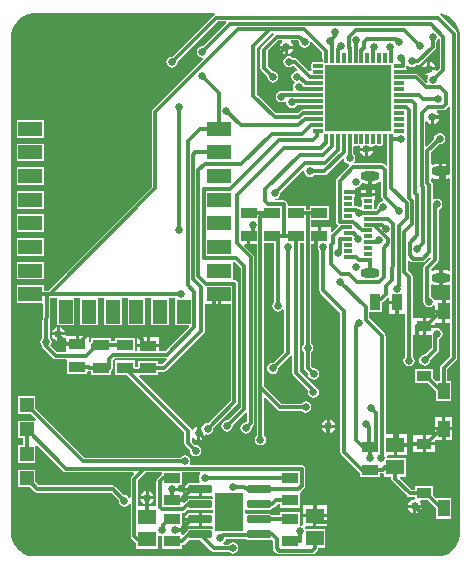
<source format=gtl>
G04*
G04 #@! TF.GenerationSoftware,Altium Limited,Altium Designer,20.0.2 (26)*
G04*
G04 Layer_Physical_Order=1*
G04 Layer_Color=255*
%FSLAX25Y25*%
%MOIN*%
G70*
G01*
G75*
%ADD13R,0.05433X0.03622*%
%ADD14R,0.03622X0.05433*%
G04:AMPARAMS|DCode=15|XSize=34.25mil|YSize=10.63mil|CornerRadius=1.33mil|HoleSize=0mil|Usage=FLASHONLY|Rotation=90.000|XOffset=0mil|YOffset=0mil|HoleType=Round|Shape=RoundedRectangle|*
%AMROUNDEDRECTD15*
21,1,0.03425,0.00797,0,0,90.0*
21,1,0.03160,0.01063,0,0,90.0*
1,1,0.00266,0.00399,0.01580*
1,1,0.00266,0.00399,-0.01580*
1,1,0.00266,-0.00399,-0.01580*
1,1,0.00266,-0.00399,0.01580*
%
%ADD15ROUNDEDRECTD15*%
G04:AMPARAMS|DCode=16|XSize=34.25mil|YSize=10.63mil|CornerRadius=1.33mil|HoleSize=0mil|Usage=FLASHONLY|Rotation=0.000|XOffset=0mil|YOffset=0mil|HoleType=Round|Shape=RoundedRectangle|*
%AMROUNDEDRECTD16*
21,1,0.03425,0.00797,0,0,0.0*
21,1,0.03160,0.01063,0,0,0.0*
1,1,0.00266,0.01580,-0.00399*
1,1,0.00266,-0.01580,-0.00399*
1,1,0.00266,-0.01580,0.00399*
1,1,0.00266,0.01580,0.00399*
%
%ADD16ROUNDEDRECTD16*%
%ADD17R,0.05906X0.05118*%
G04:AMPARAMS|DCode=18|XSize=77.56mil|YSize=23.62mil|CornerRadius=2.95mil|HoleSize=0mil|Usage=FLASHONLY|Rotation=0.000|XOffset=0mil|YOffset=0mil|HoleType=Round|Shape=RoundedRectangle|*
%AMROUNDEDRECTD18*
21,1,0.07756,0.01772,0,0,0.0*
21,1,0.07165,0.02362,0,0,0.0*
1,1,0.00591,0.03583,-0.00886*
1,1,0.00591,-0.03583,-0.00886*
1,1,0.00591,-0.03583,0.00886*
1,1,0.00591,0.03583,0.00886*
%
%ADD18ROUNDEDRECTD18*%
%ADD19R,0.04724X0.04724*%
%ADD20R,0.02756X0.01181*%
%ADD21R,0.03937X0.05709*%
%ADD22R,0.05118X0.03543*%
%ADD23R,0.04724X0.07874*%
%ADD24R,0.07874X0.04724*%
%ADD42R,0.22047X0.22047*%
%ADD43R,0.09500X0.13000*%
%ADD44C,0.01181*%
%ADD45C,0.02559*%
%ADD46O,0.06299X0.03150*%
%ADD47C,0.02657*%
G36*
X320036Y443982D02*
Y434450D01*
X319094Y433508D01*
X318712Y433713D01*
X314175D01*
X314253Y433323D01*
X314757Y432569D01*
X315511Y432065D01*
X315930Y431982D01*
X316160Y431426D01*
X316031Y431233D01*
X315885Y430500D01*
X315973Y430060D01*
X315666Y429535D01*
X315613Y429502D01*
X315485Y429483D01*
X312811Y432156D01*
X312418Y432419D01*
X311954Y432512D01*
X309446D01*
X309235Y432768D01*
X306417D01*
Y433768D01*
X309132D01*
X309064Y434108D01*
X308814Y434483D01*
X308689Y434567D01*
X308743Y434838D01*
Y434887D01*
X308791Y435128D01*
X309094Y435273D01*
X309312Y435302D01*
X309867Y434931D01*
X310600Y434785D01*
X311333Y434931D01*
X311954Y435346D01*
X312049Y435488D01*
X312789D01*
X313253Y435580D01*
X313646Y435843D01*
X318546Y440743D01*
X318809Y441136D01*
X318901Y441600D01*
Y443262D01*
X319043Y443357D01*
X319458Y443978D01*
X319975Y444017D01*
X320036Y443982D01*
D02*
G37*
G36*
X264739Y445588D02*
X260560Y441408D01*
X260297Y441015D01*
X260205Y440551D01*
Y434483D01*
X260297Y434019D01*
X260560Y433626D01*
X262519Y431667D01*
X262485Y431500D01*
X262631Y430767D01*
X263046Y430146D01*
X263667Y429731D01*
X264400Y429585D01*
X265133Y429731D01*
X265754Y430146D01*
X266169Y430767D01*
X266315Y431500D01*
X266169Y432233D01*
X265754Y432854D01*
X265133Y433269D01*
X264400Y433415D01*
X264233Y433382D01*
X262630Y434985D01*
Y440049D01*
X266250Y443670D01*
X267294D01*
X267445Y443170D01*
X267257Y443044D01*
X266753Y442289D01*
X266675Y441900D01*
X271125D01*
X271047Y442289D01*
X270543Y443044D01*
X270355Y443170D01*
X270506Y443670D01*
X272653D01*
X273046Y443276D01*
X273013Y443109D01*
X273159Y442377D01*
X273574Y441755D01*
X274195Y441340D01*
X274928Y441194D01*
X275661Y441340D01*
X276282Y441755D01*
X276697Y442377D01*
X276814Y442965D01*
X277298Y443187D01*
X280874Y439611D01*
Y437913D01*
X280942Y437571D01*
Y436380D01*
X277834D01*
X277548Y436324D01*
X277306Y436162D01*
X277145Y435920D01*
X277088Y435635D01*
Y434838D01*
X277145Y434552D01*
X277302Y434194D01*
X277141Y433952D01*
X277084Y433666D01*
Y433554D01*
X276584Y433347D01*
X272474Y437457D01*
X272081Y437720D01*
X271617Y437812D01*
X271149D01*
X271054Y437954D01*
X270433Y438369D01*
X269700Y438515D01*
X268967Y438369D01*
X268346Y437954D01*
X267931Y437333D01*
X267785Y436600D01*
X267931Y435867D01*
X268346Y435246D01*
X268967Y434831D01*
X269700Y434685D01*
X270433Y434831D01*
X271054Y435246D01*
X271238Y435264D01*
X272521Y433982D01*
X272317Y433478D01*
X271767Y433369D01*
X271146Y432954D01*
X270731Y432333D01*
X270585Y431600D01*
X270731Y430867D01*
X271146Y430246D01*
X271601Y429942D01*
X271655Y429435D01*
X271635Y429364D01*
X271576Y429324D01*
X271161Y428703D01*
X271015Y427970D01*
X271161Y427238D01*
X271238Y427122D01*
X271002Y426681D01*
X267873D01*
X267200Y426815D01*
X266467Y426669D01*
X265846Y426254D01*
X265431Y425633D01*
X265285Y424900D01*
X265431Y424167D01*
X265846Y423546D01*
X266467Y423131D01*
X267200Y422985D01*
X267933Y423131D01*
X268329Y423396D01*
X268779Y423095D01*
X268760Y423000D01*
X268906Y422267D01*
X269321Y421646D01*
X269942Y421231D01*
X270675Y421085D01*
X271408Y421231D01*
X272029Y421646D01*
X272408Y422213D01*
X276381D01*
X276591Y421957D01*
X279409D01*
Y420957D01*
X276591D01*
X276381Y420701D01*
X274488D01*
X274024Y420608D01*
X273631Y420345D01*
X272608Y419322D01*
X265463D01*
X259086Y425699D01*
Y441230D01*
X263944Y446088D01*
X264532D01*
X264739Y445588D01*
D02*
G37*
G36*
X302272Y408088D02*
X302528Y407877D01*
Y402140D01*
X302066Y401948D01*
X301657Y402357D01*
X301264Y402620D01*
X300800Y402712D01*
X291799D01*
X291532Y403212D01*
X291769Y403567D01*
X291915Y404300D01*
X291769Y405033D01*
X291354Y405654D01*
X291173Y405775D01*
Y408142D01*
X291531Y408580D01*
X292328D01*
X292613Y408637D01*
X292913Y408772D01*
X293116Y408681D01*
X293353Y408189D01*
X293275Y407800D01*
X297725D01*
X297669Y408080D01*
X297865Y408439D01*
X297988Y408580D01*
X298233D01*
X298519Y408637D01*
X298819Y408772D01*
X299119Y408637D01*
X299405Y408580D01*
X300202D01*
X300473Y408634D01*
X300556Y408509D01*
X300931Y408259D01*
X301272Y408191D01*
Y410906D01*
X302272D01*
Y408088D01*
D02*
G37*
G36*
X288115Y404153D02*
X288231Y403567D01*
X288646Y402946D01*
X289267Y402531D01*
X289720Y402441D01*
X289884Y401898D01*
X285743Y397757D01*
X285480Y397364D01*
X285388Y396900D01*
Y383268D01*
X285480Y382804D01*
X285743Y382411D01*
X285890Y382312D01*
X285991Y381706D01*
X284100Y379814D01*
X283638Y380005D01*
Y381335D01*
X280421D01*
Y378524D01*
X279421D01*
Y381335D01*
X277212D01*
Y383634D01*
X283236D01*
Y388453D01*
X276606D01*
Y387256D01*
X275362D01*
Y388453D01*
X269312D01*
Y389100D01*
X269220Y389564D01*
X268957Y389957D01*
X268564Y390220D01*
X268100Y390312D01*
X265185D01*
X265136Y390812D01*
X265733Y390931D01*
X266354Y391346D01*
X266769Y391967D01*
X266915Y392700D01*
X266881Y392867D01*
X274430Y400415D01*
X274890Y400169D01*
X274857Y400000D01*
X275003Y399267D01*
X275418Y398646D01*
X276039Y398231D01*
X276772Y398085D01*
X277504Y398231D01*
X278126Y398646D01*
X278220Y398788D01*
X281540D01*
X282004Y398880D01*
X282397Y399143D01*
X287629Y404374D01*
X288115Y404153D01*
D02*
G37*
G36*
X297390Y395946D02*
X298465D01*
X299137Y396035D01*
X299763Y396294D01*
X300088Y396543D01*
X300588Y396297D01*
Y391600D01*
X300680Y391136D01*
X300943Y390743D01*
X301225Y390461D01*
X300986Y389992D01*
X300367Y389869D01*
X299746Y389454D01*
X299331Y388833D01*
X299185Y388100D01*
X299219Y387933D01*
X298719Y387433D01*
X298039D01*
Y390535D01*
X298441D01*
Y391626D01*
X296063D01*
X293685D01*
Y390535D01*
X294087D01*
Y388355D01*
X293587Y388018D01*
X293100Y388115D01*
X293006Y388096D01*
X292664Y388325D01*
X292200Y388417D01*
X291346D01*
Y391520D01*
X291748D01*
Y392610D01*
X289370D01*
Y393610D01*
X291748D01*
Y394361D01*
X291969Y394542D01*
X292701Y394688D01*
X293322Y395103D01*
X293738Y395724D01*
X293770Y395887D01*
X294335Y396163D01*
X294643Y396035D01*
X295315Y395946D01*
X296390D01*
Y398543D01*
X297390D01*
Y395946D01*
D02*
G37*
G36*
X231685Y357764D02*
Y348693D01*
X236366D01*
X236573Y348193D01*
X228492Y340112D01*
X226551D01*
Y341449D01*
X222835D01*
X219118D01*
Y340112D01*
X218276D01*
Y344535D01*
X211646D01*
Y343338D01*
X210402D01*
Y344535D01*
X203772D01*
Y343279D01*
X203380Y342995D01*
X202929Y343160D01*
Y345154D01*
X199713D01*
Y342343D01*
X199213D01*
Y341843D01*
X195496D01*
Y339812D01*
X192502D01*
X190220Y342094D01*
X190469Y342467D01*
X190615Y343200D01*
X190469Y343933D01*
X190054Y344554D01*
X189937Y344632D01*
X190168Y357843D01*
X191848D01*
X192315Y357764D01*
X192315Y357343D01*
Y348693D01*
X198236D01*
Y357343D01*
X198236Y357764D01*
X198704Y357843D01*
X199722D01*
X200189Y357764D01*
X200189Y357343D01*
Y348693D01*
X206110D01*
Y357343D01*
X206110Y357764D01*
X206577Y357843D01*
X207596D01*
X208063Y357764D01*
X208063Y357343D01*
Y348693D01*
X213984D01*
Y357343D01*
X213984Y357764D01*
X214452Y357843D01*
X215470D01*
X215937Y357764D01*
X215937Y357343D01*
Y348693D01*
X221858D01*
Y357343D01*
X221858Y357764D01*
X222325Y357843D01*
X223344D01*
X223811Y357764D01*
X223811Y357343D01*
Y348693D01*
X229732D01*
Y357343D01*
X229732Y357764D01*
X230200Y357843D01*
X231218D01*
X231685Y357764D01*
D02*
G37*
G36*
X244942Y452527D02*
X244950Y452256D01*
X244624Y452038D01*
X230867Y438281D01*
X230700Y438315D01*
X229967Y438169D01*
X229346Y437754D01*
X228931Y437133D01*
X228785Y436400D01*
X228931Y435667D01*
X229346Y435046D01*
X229967Y434631D01*
X230700Y434485D01*
X231433Y434631D01*
X232054Y435046D01*
X232469Y435667D01*
X232615Y436400D01*
X232581Y436567D01*
X245983Y449969D01*
X248647D01*
X248854Y449469D01*
X241067Y441681D01*
X240900Y441715D01*
X240167Y441569D01*
X239546Y441154D01*
X239131Y440533D01*
X238985Y439800D01*
X239131Y439067D01*
X239546Y438446D01*
X240167Y438031D01*
X240870Y437891D01*
X240950Y437769D01*
X241101Y437415D01*
X224343Y420657D01*
X224080Y420264D01*
X223988Y419800D01*
Y394802D01*
X189453Y360267D01*
X188976Y360267D01*
X188000Y360267D01*
Y362016D01*
X178929D01*
Y356095D01*
X187356D01*
X187706Y355738D01*
X187513Y344666D01*
X187346Y344554D01*
X186931Y343933D01*
X186785Y343200D01*
X186931Y342467D01*
X187346Y341846D01*
X187522Y341729D01*
X187580Y341436D01*
X187843Y341043D01*
X191143Y337743D01*
X191536Y337480D01*
X192000Y337388D01*
X195462D01*
X195898Y337232D01*
Y332413D01*
X202528D01*
Y333060D01*
X202545Y333093D01*
X203028Y333432D01*
X203216Y333394D01*
X203772D01*
Y332197D01*
X210402D01*
Y333578D01*
X210657Y333749D01*
X210920Y334142D01*
X211012Y334606D01*
Y337098D01*
X211602Y337688D01*
X228920D01*
X229051Y337510D01*
X229148Y337208D01*
X227581Y335642D01*
X226150D01*
Y336839D01*
X219520D01*
Y334955D01*
X219377Y334812D01*
X218658D01*
X218276Y335194D01*
Y337016D01*
X211646D01*
Y332197D01*
X215695D01*
X234879Y313013D01*
Y309412D01*
X234971Y308948D01*
X235234Y308555D01*
X236722Y307067D01*
X236688Y306900D01*
X236834Y306167D01*
X237249Y305546D01*
X237871Y305131D01*
X238603Y304985D01*
X239336Y305131D01*
X239957Y305546D01*
X240372Y306167D01*
X240518Y306900D01*
X240372Y307633D01*
X239957Y308254D01*
X239336Y308669D01*
X238603Y308815D01*
X238436Y308782D01*
X237303Y309914D01*
Y311284D01*
X237803Y311436D01*
X238057Y311057D01*
X238811Y310553D01*
X239200Y310475D01*
Y312700D01*
Y314925D01*
X238811Y314847D01*
X238057Y314343D01*
X237742Y313873D01*
X237211Y313978D01*
X237211Y313979D01*
X236948Y314373D01*
X219801Y331520D01*
X220008Y332020D01*
X226150D01*
Y333217D01*
X228083D01*
X228547Y333309D01*
X228940Y333572D01*
X241424Y346056D01*
X241687Y346449D01*
X241779Y346913D01*
Y355693D01*
X245957D01*
Y359055D01*
X246957D01*
Y355693D01*
X250370D01*
Y323685D01*
X242767Y316082D01*
X242600Y316115D01*
X241867Y315969D01*
X241246Y315554D01*
X240831Y314933D01*
X240315Y314902D01*
X240200Y314925D01*
Y312700D01*
Y310475D01*
X240589Y310553D01*
X241343Y311057D01*
X241847Y311811D01*
X241967Y312411D01*
X242600Y312285D01*
X243333Y312431D01*
X243954Y312846D01*
X244369Y313467D01*
X244515Y314200D01*
X244481Y314367D01*
X252440Y322325D01*
X252703Y322719D01*
X252795Y323183D01*
Y362606D01*
X252703Y363070D01*
X252440Y363464D01*
X252046Y363726D01*
X251583Y363819D01*
X251430D01*
X250992Y363969D01*
Y369890D01*
X251430Y370040D01*
X251446D01*
X253654Y367832D01*
Y321368D01*
X249312Y317027D01*
X249145Y317060D01*
X248412Y316914D01*
X247791Y316499D01*
X247376Y315878D01*
X247231Y315145D01*
X247376Y314412D01*
X247791Y313791D01*
X248412Y313376D01*
X249145Y313230D01*
X249878Y313376D01*
X250499Y313791D01*
X250914Y314412D01*
X251060Y315145D01*
X251027Y315312D01*
X255288Y319573D01*
X255788Y319366D01*
Y316790D01*
X255400Y316415D01*
X254667Y316269D01*
X254046Y315854D01*
X253631Y315233D01*
X253485Y314500D01*
X253631Y313767D01*
X254046Y313146D01*
X254667Y312731D01*
X255400Y312585D01*
X256133Y312731D01*
X256754Y313146D01*
X257169Y313767D01*
X257315Y314500D01*
X257281Y314667D01*
X257857Y315243D01*
X258120Y315636D01*
X258212Y316100D01*
Y371300D01*
X258120Y371764D01*
X257857Y372157D01*
X254764Y375251D01*
X254955Y375713D01*
X255799D01*
Y378524D01*
X256799D01*
Y375713D01*
X258993D01*
Y327995D01*
Y312045D01*
X258851Y311950D01*
X258436Y311329D01*
X258290Y310597D01*
X258436Y309864D01*
X258851Y309243D01*
X259472Y308828D01*
X260205Y308682D01*
X260938Y308828D01*
X261559Y309243D01*
X261974Y309864D01*
X262120Y310597D01*
X261974Y311329D01*
X261559Y311950D01*
X261417Y312045D01*
Y324415D01*
X261879Y324606D01*
X265943Y320543D01*
X266336Y320280D01*
X266800Y320188D01*
X273851D01*
X273946Y320046D01*
X274567Y319631D01*
X275300Y319485D01*
X276033Y319631D01*
X276654Y320046D01*
X277069Y320667D01*
X277215Y321400D01*
X277069Y322133D01*
X276654Y322754D01*
X276033Y323169D01*
X275300Y323315D01*
X274567Y323169D01*
X273946Y322754D01*
X273851Y322612D01*
X267302D01*
X261417Y328497D01*
Y376114D01*
X264888D01*
Y356649D01*
X264746Y356554D01*
X264331Y355933D01*
X264185Y355200D01*
X264331Y354467D01*
X264746Y353846D01*
X265367Y353431D01*
X266100Y353285D01*
X266833Y353431D01*
X267454Y353846D01*
X267588Y354046D01*
X268088Y353895D01*
Y339902D01*
X264458Y336273D01*
X264291Y336306D01*
X263559Y336160D01*
X262937Y335745D01*
X262522Y335124D01*
X262377Y334391D01*
X262522Y333659D01*
X262937Y333037D01*
X263559Y332622D01*
X264291Y332477D01*
X265024Y332622D01*
X265645Y333037D01*
X266060Y333659D01*
X266206Y334391D01*
X266173Y334559D01*
X270157Y338543D01*
X270803Y338610D01*
X270888Y338548D01*
Y332800D01*
X270980Y332336D01*
X271243Y331943D01*
X276101Y327084D01*
X275985Y326500D01*
X276131Y325767D01*
X276546Y325146D01*
X277167Y324731D01*
X277900Y324585D01*
X278633Y324731D01*
X279254Y325146D01*
X279669Y325767D01*
X279815Y326500D01*
X279669Y327233D01*
X279254Y327854D01*
X278633Y328269D01*
X278274Y328340D01*
X273312Y333302D01*
Y376114D01*
X274788D01*
Y342649D01*
X274646Y342554D01*
X274231Y341933D01*
X274085Y341200D01*
X274231Y340467D01*
X274646Y339846D01*
X274788Y339751D01*
Y334500D01*
X274880Y334036D01*
X275143Y333643D01*
X276118Y332667D01*
X276085Y332500D01*
X276231Y331767D01*
X276646Y331146D01*
X277267Y330731D01*
X278000Y330585D01*
X278733Y330731D01*
X279354Y331146D01*
X279769Y331767D01*
X279915Y332500D01*
X279769Y333233D01*
X279354Y333854D01*
X278733Y334269D01*
X278000Y334415D01*
X277833Y334382D01*
X277212Y335002D01*
Y339751D01*
X277354Y339846D01*
X277769Y340467D01*
X277915Y341200D01*
X277769Y341933D01*
X277354Y342554D01*
X277212Y342649D01*
Y375713D01*
X278896D01*
X279267Y375213D01*
X279185Y374800D01*
X279331Y374067D01*
X279746Y373446D01*
X279888Y373351D01*
Y360300D01*
X279980Y359836D01*
X280243Y359443D01*
X286878Y352807D01*
Y306410D01*
X286971Y305945D01*
X287233Y305552D01*
X293072Y299714D01*
X293465Y299451D01*
X293535Y299437D01*
Y298161D01*
X300165D01*
Y299359D01*
X301115D01*
X301181Y299372D01*
X301567Y299054D01*
Y298220D01*
X303906D01*
Y297600D01*
X303998Y297136D01*
X304261Y296743D01*
X309144Y291859D01*
X309538Y291597D01*
X310002Y291504D01*
X311606D01*
Y290691D01*
X310811Y290533D01*
X310057Y290029D01*
X309553Y289275D01*
X309475Y288886D01*
X313925D01*
X313847Y289275D01*
X313465Y289846D01*
X313700Y290347D01*
X316056D01*
X318693Y287709D01*
Y284224D01*
X323827D01*
Y291130D01*
X318701D01*
X317921Y291910D01*
Y295087D01*
X311606D01*
Y293929D01*
X310504D01*
X306712Y297721D01*
X306919Y298220D01*
X308669D01*
Y304536D01*
X302551D01*
X302398Y304842D01*
X302703Y305299D01*
X304618D01*
Y308858D01*
Y312417D01*
X301968D01*
Y345135D01*
X301876Y345599D01*
X301613Y345992D01*
X296512Y351093D01*
Y352984D01*
X300795D01*
Y356301D01*
X301157Y356543D01*
X302595Y357980D01*
X303095Y357773D01*
Y356799D01*
X305906D01*
Y356299D01*
X306406D01*
Y352583D01*
X308540D01*
Y338349D01*
X308398Y338254D01*
X307983Y337633D01*
X307837Y336900D01*
X307983Y336167D01*
X308398Y335546D01*
X309019Y335131D01*
X309752Y334985D01*
X310485Y335131D01*
X311106Y335546D01*
X311521Y336167D01*
X311667Y336900D01*
X311521Y337633D01*
X311106Y338254D01*
X310964Y338349D01*
Y345174D01*
X311205Y345575D01*
X314264D01*
Y348346D01*
Y351118D01*
X311205D01*
X310964Y351518D01*
Y364852D01*
X310872Y365316D01*
X310609Y365709D01*
X309364Y366954D01*
Y370186D01*
X309826Y370378D01*
X310195Y370009D01*
X310588Y369746D01*
X311052Y369654D01*
X314370D01*
X314834Y369746D01*
X315227Y370009D01*
X316465Y371246D01*
X316995Y371069D01*
X317025Y370854D01*
X314918Y368747D01*
X314655Y368354D01*
X314563Y367890D01*
Y357197D01*
X314444Y356600D01*
X314590Y355867D01*
X315005Y355246D01*
X315626Y354831D01*
X316359Y354685D01*
X317091Y354831D01*
X317713Y355246D01*
X317791Y355364D01*
X318291Y355212D01*
Y353846D01*
X320760D01*
Y357201D01*
X318291D01*
X317971Y357568D01*
X317713Y357954D01*
X317091Y358369D01*
X316987Y358390D01*
Y362141D01*
X317120Y362206D01*
X317487Y362338D01*
X318068Y362098D01*
X318740Y362009D01*
X319815D01*
Y364606D01*
Y367203D01*
X318740D01*
X318068Y367115D01*
X317665Y366948D01*
X317145Y367185D01*
X317123Y367264D01*
X317126Y367526D01*
X319257Y369657D01*
X319520Y370051D01*
X319612Y370515D01*
Y387207D01*
X319733Y387231D01*
X320354Y387646D01*
X320769Y388267D01*
X320915Y389000D01*
X320769Y389733D01*
X320354Y390354D01*
X319733Y390769D01*
X319000Y390915D01*
X318267Y390769D01*
X318153Y390693D01*
X317712Y390929D01*
Y395500D01*
X317620Y395964D01*
X317357Y396357D01*
X317112Y396602D01*
Y397388D01*
X317612Y397641D01*
X318068Y397452D01*
X318740Y397364D01*
X319815D01*
Y399961D01*
Y402558D01*
X318740D01*
X318068Y402469D01*
X317612Y402281D01*
X317112Y402534D01*
Y406298D01*
X319833Y409019D01*
X320000Y408985D01*
X320733Y409131D01*
X321354Y409546D01*
X321769Y410167D01*
X321915Y410900D01*
X321769Y411633D01*
X321354Y412254D01*
X320733Y412669D01*
X320000Y412815D01*
X319267Y412669D01*
X318646Y412254D01*
X318231Y411633D01*
X318085Y410900D01*
X318119Y410733D01*
X315674Y408289D01*
X315212Y408480D01*
Y416521D01*
X315712Y416673D01*
X315857Y416457D01*
X316611Y415953D01*
X317000Y415875D01*
Y418100D01*
X317500D01*
Y418600D01*
X319725D01*
X319647Y418989D01*
X319143Y419743D01*
X318928Y419888D01*
X319079Y420388D01*
X321200D01*
X321664Y420480D01*
X322057Y420743D01*
X322857Y421543D01*
X322988Y421738D01*
X323488Y421587D01*
Y402564D01*
X322988Y402293D01*
X322562Y402469D01*
X321890Y402558D01*
X320815D01*
Y399961D01*
Y397364D01*
X321890D01*
X322562Y397452D01*
X322988Y397629D01*
X323488Y397358D01*
Y367209D01*
X322988Y366939D01*
X322562Y367115D01*
X321890Y367203D01*
X320815D01*
Y364606D01*
Y362009D01*
X321890D01*
X322562Y362098D01*
X322988Y362274D01*
X323488Y362003D01*
Y357201D01*
X321760D01*
Y353346D01*
Y349492D01*
X323488D01*
Y338402D01*
X320403Y335317D01*
X320140Y334924D01*
X320047Y334460D01*
Y330224D01*
X318701D01*
X317921Y331004D01*
Y334181D01*
X311606D01*
Y329441D01*
X316056D01*
X318693Y326804D01*
Y323319D01*
X323827D01*
Y330224D01*
X322472D01*
Y333958D01*
X325557Y337043D01*
X325820Y337436D01*
X325912Y337900D01*
Y445900D01*
X325820Y446364D01*
X325557Y446757D01*
X320276Y452038D01*
X320089Y452163D01*
X320284Y452634D01*
X321194Y452453D01*
X322627Y451860D01*
X323917Y450998D01*
X325014Y449901D01*
X325875Y448612D01*
X326469Y447179D01*
X326772Y445657D01*
Y444882D01*
X326772Y279528D01*
Y278752D01*
X326469Y277231D01*
X325875Y275798D01*
X325014Y274508D01*
X323917Y273411D01*
X322627Y272550D01*
X321194Y271956D01*
X319673Y271654D01*
X318898D01*
Y271654D01*
X184264D01*
X182743Y271956D01*
X181310Y272550D01*
X180020Y273411D01*
X178923Y274508D01*
X178061Y275798D01*
X177468Y277231D01*
X177165Y278752D01*
Y279528D01*
Y444882D01*
Y445657D01*
X177468Y447179D01*
X178061Y448612D01*
X178923Y449901D01*
X180020Y450998D01*
X181310Y451860D01*
X182743Y452453D01*
X184264Y452756D01*
X244866D01*
X244942Y452527D01*
D02*
G37*
%LPC*%
G36*
X316900Y436437D02*
Y434713D01*
X318625D01*
X318547Y435102D01*
X318043Y435856D01*
X317289Y436360D01*
X316900Y436437D01*
D02*
G37*
G36*
X315900D02*
X315511Y436360D01*
X314757Y435856D01*
X314253Y435102D01*
X314175Y434713D01*
X315900D01*
Y436437D01*
D02*
G37*
G36*
X271125Y440900D02*
X269400D01*
Y439175D01*
X269789Y439253D01*
X270543Y439756D01*
X271047Y440511D01*
X271125Y440900D01*
D02*
G37*
G36*
X268400D02*
X266675D01*
X266753Y440511D01*
X267257Y439756D01*
X268011Y439253D01*
X268400Y439175D01*
Y440900D01*
D02*
G37*
G36*
X297725Y406800D02*
X296000D01*
Y405075D01*
X296389Y405153D01*
X297143Y405657D01*
X297647Y406411D01*
X297725Y406800D01*
D02*
G37*
G36*
X295000D02*
X293275D01*
X293353Y406411D01*
X293857Y405657D01*
X294611Y405153D01*
X295000Y405075D01*
Y406800D01*
D02*
G37*
G36*
X298441Y393717D02*
X296563D01*
Y392626D01*
X298441D01*
Y393717D01*
D02*
G37*
G36*
X295563D02*
X293685D01*
Y392626D01*
X295563D01*
Y393717D01*
D02*
G37*
G36*
X193413Y348068D02*
Y346343D01*
X195138D01*
X195061Y346732D01*
X194557Y347486D01*
X193803Y347990D01*
X193413Y348068D01*
D02*
G37*
G36*
X192413D02*
X192024Y347990D01*
X191270Y347486D01*
X190766Y346732D01*
X190689Y346343D01*
X192413D01*
Y348068D01*
D02*
G37*
G36*
Y345343D02*
X190689D01*
X190766Y344953D01*
X191270Y344199D01*
X192024Y343696D01*
X192413Y343618D01*
Y345343D01*
D02*
G37*
G36*
X195417D02*
X193413D01*
Y343618D01*
X193803Y343696D01*
X194557Y344199D01*
X194816Y344587D01*
X195232Y344818D01*
X195496Y344774D01*
X195496Y344705D01*
X195496Y344705D01*
X195496Y344701D01*
Y342843D01*
X198713D01*
Y345154D01*
X195786D01*
X195610Y345154D01*
X195449Y345289D01*
X195449Y345289D01*
X195449Y345289D01*
D01*
X195417Y345343D01*
D02*
G37*
G36*
X226551Y344760D02*
X223335D01*
Y342449D01*
X226551D01*
Y344760D01*
D02*
G37*
G36*
X222335D02*
X219118D01*
Y342449D01*
X222335D01*
Y344760D01*
D02*
G37*
G36*
X319725Y417600D02*
X318000D01*
Y415875D01*
X318389Y415953D01*
X319143Y416457D01*
X319647Y417211D01*
X319725Y417600D01*
D02*
G37*
G36*
X188000Y417134D02*
X178929D01*
Y411213D01*
X188000D01*
Y417134D01*
D02*
G37*
G36*
Y409260D02*
X178929D01*
Y403339D01*
X188000D01*
Y409260D01*
D02*
G37*
G36*
Y401386D02*
X178929D01*
Y395465D01*
X188000D01*
Y401386D01*
D02*
G37*
G36*
Y393512D02*
X178929D01*
Y387591D01*
X188000D01*
Y393512D01*
D02*
G37*
G36*
Y385638D02*
X178929D01*
Y379717D01*
X188000D01*
Y385638D01*
D02*
G37*
G36*
Y377764D02*
X178929D01*
Y371843D01*
X188000D01*
Y377764D01*
D02*
G37*
G36*
Y369890D02*
X178929D01*
Y363969D01*
X188000D01*
Y369890D01*
D02*
G37*
G36*
X305406Y355799D02*
X303095D01*
Y352583D01*
X305406D01*
Y355799D01*
D02*
G37*
G36*
X320760Y352846D02*
X318291D01*
Y351118D01*
X315264D01*
Y348846D01*
X318323D01*
Y349492D01*
X320760D01*
Y352846D01*
D02*
G37*
G36*
X318717Y347846D02*
X315264D01*
Y345575D01*
X317250D01*
X317288Y345385D01*
Y341102D01*
X315167Y338982D01*
X315000Y339015D01*
X314267Y338869D01*
X313646Y338454D01*
X313231Y337833D01*
X313085Y337100D01*
X313231Y336367D01*
X313646Y335746D01*
X314267Y335331D01*
X315000Y335185D01*
X315733Y335331D01*
X316354Y335746D01*
X316769Y336367D01*
X316915Y337100D01*
X316881Y337267D01*
X319357Y339743D01*
X319620Y340136D01*
X319712Y340600D01*
Y344107D01*
X319833Y344131D01*
X320454Y344546D01*
X320869Y345167D01*
X321015Y345900D01*
X320869Y346633D01*
X320454Y347254D01*
X319833Y347669D01*
X319100Y347815D01*
X318823Y347760D01*
X318717Y347846D01*
D02*
G37*
G36*
X283400Y317325D02*
Y315600D01*
X285125D01*
X285047Y315989D01*
X284543Y316743D01*
X283789Y317247D01*
X283400Y317325D01*
D02*
G37*
G36*
X282400D02*
X282011Y317247D01*
X281257Y316743D01*
X280753Y315989D01*
X280675Y315600D01*
X282400D01*
Y317325D01*
D02*
G37*
G36*
X324228Y318106D02*
X321760D01*
Y314752D01*
X324228D01*
Y318106D01*
D02*
G37*
G36*
X320760D02*
X318291D01*
Y314752D01*
X320760D01*
Y318106D01*
D02*
G37*
G36*
X285125Y314600D02*
X283400D01*
Y312875D01*
X283789Y312953D01*
X284543Y313457D01*
X285047Y314211D01*
X285125Y314600D01*
D02*
G37*
G36*
X282400D02*
X280675D01*
X280753Y314211D01*
X281257Y313457D01*
X282011Y312953D01*
X282400Y312875D01*
Y314600D01*
D02*
G37*
G36*
X324228Y313752D02*
X321760D01*
Y310398D01*
X324228D01*
Y313752D01*
D02*
G37*
G36*
X320760D02*
X318291D01*
Y312024D01*
X315264D01*
Y309752D01*
X318323D01*
Y310398D01*
X320760D01*
Y313752D01*
D02*
G37*
G36*
X314264Y312024D02*
X311205D01*
Y309752D01*
X314264D01*
Y312024D01*
D02*
G37*
G36*
X309071Y312417D02*
X305618D01*
Y309358D01*
X309071D01*
Y312417D01*
D02*
G37*
G36*
X318323Y308752D02*
X315264D01*
Y306480D01*
X318323D01*
Y308752D01*
D02*
G37*
G36*
X314264D02*
X311205D01*
Y306480D01*
X314264D01*
Y308752D01*
D02*
G37*
G36*
X309071Y308358D02*
X305618D01*
Y305299D01*
X309071D01*
Y308358D01*
D02*
G37*
G36*
X185244Y325205D02*
X179323D01*
Y319284D01*
X183530D01*
X185293Y317520D01*
X185297Y317384D01*
X184879Y316937D01*
X184775Y316937D01*
X179323D01*
Y311016D01*
X181071D01*
Y308866D01*
X179323D01*
Y302945D01*
X185244D01*
X185244Y308479D01*
Y308485D01*
Y308485D01*
X185244Y308594D01*
X185431Y308672D01*
X185744Y308801D01*
X194503Y300043D01*
X194896Y299780D01*
X195360Y299688D01*
X217920D01*
X218111Y299226D01*
X217343Y298457D01*
X217080Y298064D01*
X216988Y297600D01*
Y291356D01*
X216488Y291204D01*
X216254Y291554D01*
X215633Y291969D01*
X214900Y292115D01*
X214733Y292081D01*
X211857Y294957D01*
X211464Y295220D01*
X211000Y295312D01*
X186323D01*
X185244Y296392D01*
Y300598D01*
X179323D01*
Y294677D01*
X183530D01*
X184964Y293243D01*
X185357Y292980D01*
X185821Y292888D01*
X210498D01*
X213018Y290367D01*
X212985Y290200D01*
X213131Y289467D01*
X213546Y288846D01*
X214167Y288431D01*
X214900Y288285D01*
X215633Y288431D01*
X216254Y288846D01*
X216488Y289196D01*
X216988Y289044D01*
Y278362D01*
X217080Y277898D01*
X217343Y277505D01*
X218343Y276505D01*
X218736Y276242D01*
X218890Y276212D01*
Y274205D01*
X225992D01*
Y278448D01*
X226492Y278715D01*
X226767Y278531D01*
X227394Y278406D01*
Y274224D01*
X234024D01*
Y275422D01*
X234200D01*
X234664Y275514D01*
X235057Y275777D01*
X236479Y277198D01*
X236575Y277179D01*
X240240D01*
X243877Y273543D01*
X244270Y273280D01*
X244734Y273188D01*
X249551D01*
X249646Y273046D01*
X250267Y272631D01*
X251000Y272485D01*
X251733Y272631D01*
X252354Y273046D01*
X252769Y273667D01*
X252915Y274400D01*
X252769Y275133D01*
X252354Y275754D01*
X251733Y276169D01*
X251000Y276315D01*
X250267Y276169D01*
X249646Y275754D01*
X249551Y275612D01*
X248056D01*
X247904Y276112D01*
X248254Y276346D01*
X248669Y276967D01*
X248773Y277488D01*
X255391D01*
X255419Y277446D01*
X255714Y277249D01*
X256063Y277179D01*
X263228D01*
X263577Y277249D01*
X263839Y277424D01*
X264388Y276874D01*
Y274400D01*
X264480Y273936D01*
X264743Y273543D01*
X265543Y272743D01*
X265936Y272480D01*
X266400Y272388D01*
X277546D01*
X278010Y272480D01*
X278404Y272743D01*
X279204Y273543D01*
X279466Y273936D01*
X279559Y274400D01*
Y274599D01*
X281898D01*
Y280913D01*
X275367D01*
X275194Y281181D01*
X275446Y281677D01*
X277846D01*
Y284736D01*
X274394D01*
Y282217D01*
X273894Y281837D01*
X273500Y281915D01*
X273394Y282002D01*
Y286563D01*
X266764D01*
Y285366D01*
X264877D01*
X264562Y285303D01*
X264410Y285275D01*
X263908Y285454D01*
X263873Y285507D01*
X263577Y285704D01*
X263228Y285773D01*
X256063D01*
X255750Y285711D01*
X255698Y285714D01*
X255250Y285995D01*
Y286958D01*
X255698Y287239D01*
X255750Y287242D01*
X256063Y287179D01*
X263228D01*
X263577Y287249D01*
X263873Y287446D01*
X264070Y287742D01*
X264075Y287764D01*
X264100D01*
X264564Y287856D01*
X264957Y288119D01*
X265960Y289122D01*
X266764D01*
Y287925D01*
X273394D01*
Y292744D01*
X273668Y293130D01*
X274857Y294319D01*
X275120Y294712D01*
X275212Y295176D01*
Y300900D01*
X275120Y301364D01*
X274857Y301757D01*
X274464Y302020D01*
X274000Y302112D01*
X236929D01*
X236693Y302553D01*
X236769Y302667D01*
X236915Y303400D01*
X236769Y304133D01*
X236354Y304754D01*
X235733Y305169D01*
X235000Y305315D01*
X234267Y305169D01*
X233646Y304754D01*
X233551Y304612D01*
X201630D01*
X185244Y320998D01*
Y325205D01*
D02*
G37*
G36*
X313925Y287886D02*
X312200D01*
Y286161D01*
X312589Y286239D01*
X313343Y286742D01*
X313847Y287496D01*
X313925Y287886D01*
D02*
G37*
G36*
X311200D02*
X309475D01*
X309553Y287496D01*
X310057Y286742D01*
X310811Y286239D01*
X311200Y286161D01*
Y287886D01*
D02*
G37*
G36*
X282299Y288795D02*
X278846D01*
Y285736D01*
X282299D01*
Y288795D01*
D02*
G37*
G36*
X277846D02*
X274394D01*
Y285736D01*
X277846D01*
Y288795D01*
D02*
G37*
G36*
X282299Y284736D02*
X278846D01*
Y281677D01*
X282299D01*
Y284736D01*
D02*
G37*
%LPD*%
G36*
X240208Y299308D02*
X240232Y299188D01*
X239831Y298587D01*
X239685Y297854D01*
X239831Y297122D01*
X240124Y296683D01*
X239890Y296183D01*
X236575D01*
X236069Y296082D01*
X235641Y295796D01*
X235355Y295368D01*
X235254Y294862D01*
Y294476D01*
X240157D01*
Y293976D01*
X240657D01*
Y291770D01*
X243740D01*
X244053Y291832D01*
X244553Y291521D01*
Y290995D01*
X244104Y290714D01*
X244053Y290711D01*
X243740Y290773D01*
X236575D01*
X236226Y290704D01*
X235930Y290507D01*
X235733Y290211D01*
X235714Y290117D01*
X235613Y290096D01*
X235219Y289834D01*
X234887Y289502D01*
X234425Y289693D01*
Y289835D01*
X230709D01*
Y290835D01*
X234425D01*
Y293146D01*
X233344D01*
X232971Y293600D01*
X230700D01*
Y294600D01*
X232925D01*
X232856Y294945D01*
X232874Y295071D01*
X233073Y295445D01*
X234024D01*
Y299688D01*
X240064D01*
X240208Y299308D01*
D02*
G37*
G36*
X227394Y298975D02*
X227391Y298974D01*
X226997Y298712D01*
X225943Y297657D01*
X225680Y297264D01*
X225588Y296800D01*
Y288402D01*
X222826D01*
X222777Y288902D01*
X223330Y289012D01*
X224084Y289515D01*
X224588Y290270D01*
X224666Y290659D01*
X220216D01*
X220294Y290270D01*
X220798Y289515D01*
X221552Y289012D01*
X222105Y288902D01*
X222056Y288402D01*
X219412D01*
Y297098D01*
X222002Y299688D01*
X227394D01*
Y298975D01*
D02*
G37*
G36*
X236226Y287249D02*
X236575Y287179D01*
X243740D01*
X244053Y287242D01*
X244104Y287239D01*
X244553Y286958D01*
Y286432D01*
X244053Y286121D01*
X243740Y286183D01*
X240657D01*
Y283976D01*
Y281770D01*
X243740D01*
X244053Y281832D01*
X244553Y281521D01*
Y280995D01*
X244104Y280714D01*
X244053Y280711D01*
X243740Y280773D01*
X236575D01*
X236226Y280704D01*
X235930Y280507D01*
X235733Y280211D01*
X235664Y279862D01*
Y279812D01*
X234486Y278634D01*
X234024Y278825D01*
Y279043D01*
X233965D01*
X233756Y279434D01*
X233754Y279543D01*
X233825Y279900D01*
X231600D01*
Y280900D01*
X233825D01*
X233756Y281244D01*
X233775Y281372D01*
X233974Y281744D01*
X234024D01*
Y286088D01*
X234400D01*
X234864Y286180D01*
X235257Y286443D01*
X236128Y287314D01*
X236226Y287249D01*
D02*
G37*
%LPC*%
G36*
X239657Y293476D02*
X235254D01*
Y293091D01*
X235355Y292585D01*
X235641Y292157D01*
X236069Y291870D01*
X236575Y291770D01*
X239657D01*
Y293476D01*
D02*
G37*
G36*
X222941Y293384D02*
Y291659D01*
X224666D01*
X224588Y292048D01*
X224084Y292802D01*
X223330Y293306D01*
X222941Y293384D01*
D02*
G37*
G36*
X221941D02*
X221552Y293306D01*
X220798Y292802D01*
X220294Y292048D01*
X220216Y291659D01*
X221941D01*
Y293384D01*
D02*
G37*
G36*
X239657Y286183D02*
X236575D01*
X236069Y286082D01*
X235641Y285796D01*
X235355Y285368D01*
X235254Y284862D01*
Y284476D01*
X239657D01*
Y286183D01*
D02*
G37*
G36*
Y283476D02*
X235254D01*
Y283091D01*
X235355Y282585D01*
X235641Y282157D01*
X236069Y281870D01*
X236575Y281770D01*
X239657D01*
Y283476D01*
D02*
G37*
%LPD*%
D13*
X199213Y342343D02*
D03*
Y334823D02*
D03*
X207087Y334606D02*
D03*
Y342126D02*
D03*
X222835Y341949D02*
D03*
Y334429D02*
D03*
X214961Y334606D02*
D03*
Y342126D02*
D03*
X272047Y386043D02*
D03*
Y378524D02*
D03*
X279921D02*
D03*
Y386043D02*
D03*
X264173D02*
D03*
Y378524D02*
D03*
X256299D02*
D03*
Y386043D02*
D03*
X270079Y284154D02*
D03*
Y276634D02*
D03*
Y290335D02*
D03*
Y297854D02*
D03*
X230709Y290335D02*
D03*
Y297854D02*
D03*
Y276634D02*
D03*
Y284154D02*
D03*
X296850Y308091D02*
D03*
Y300571D02*
D03*
D14*
X298386Y356299D02*
D03*
X305906D02*
D03*
D15*
X282087Y410906D02*
D03*
X284055D02*
D03*
X286024D02*
D03*
X287992D02*
D03*
X289961D02*
D03*
X291929D02*
D03*
X293898D02*
D03*
X295866D02*
D03*
X297835D02*
D03*
X299803D02*
D03*
X301772D02*
D03*
X303740D02*
D03*
Y437913D02*
D03*
X301772D02*
D03*
X299803D02*
D03*
X297835D02*
D03*
X295866D02*
D03*
X293898D02*
D03*
X291929D02*
D03*
X289961D02*
D03*
X287992D02*
D03*
X286024D02*
D03*
X284055D02*
D03*
X282087D02*
D03*
D16*
X279413Y435236D02*
D03*
X279409Y433268D02*
D03*
Y431299D02*
D03*
Y429331D02*
D03*
Y427362D02*
D03*
Y425394D02*
D03*
Y423425D02*
D03*
Y421457D02*
D03*
Y419488D02*
D03*
Y417520D02*
D03*
Y415551D02*
D03*
Y413583D02*
D03*
X306417D02*
D03*
Y415551D02*
D03*
Y417520D02*
D03*
Y419488D02*
D03*
Y421457D02*
D03*
Y423425D02*
D03*
Y425394D02*
D03*
Y427362D02*
D03*
Y429331D02*
D03*
Y431299D02*
D03*
Y433268D02*
D03*
Y435236D02*
D03*
D17*
X278346Y277756D02*
D03*
Y285236D02*
D03*
X222441Y277362D02*
D03*
Y284843D02*
D03*
X305118Y301378D02*
D03*
Y308858D02*
D03*
D18*
X240157Y293976D02*
D03*
Y288976D02*
D03*
Y283976D02*
D03*
Y278976D02*
D03*
X259646D02*
D03*
Y283976D02*
D03*
Y288976D02*
D03*
Y293976D02*
D03*
D19*
X182283Y305906D02*
D03*
Y297638D02*
D03*
Y313976D02*
D03*
Y322244D02*
D03*
D20*
X289370Y393110D02*
D03*
Y391142D02*
D03*
Y389173D02*
D03*
Y387205D02*
D03*
Y385236D02*
D03*
Y383268D02*
D03*
Y381299D02*
D03*
Y379331D02*
D03*
Y377362D02*
D03*
Y375394D02*
D03*
Y373425D02*
D03*
X296063Y370473D02*
D03*
Y372441D02*
D03*
Y374410D02*
D03*
Y376378D02*
D03*
Y378347D02*
D03*
Y380315D02*
D03*
Y382284D02*
D03*
Y384252D02*
D03*
Y386221D02*
D03*
Y388189D02*
D03*
Y390158D02*
D03*
Y392126D02*
D03*
X289370Y371457D02*
D03*
D21*
X321260Y314252D02*
D03*
Y287677D02*
D03*
Y353346D02*
D03*
Y326772D02*
D03*
D22*
X314764Y292717D02*
D03*
Y309252D02*
D03*
Y331811D02*
D03*
Y348346D02*
D03*
D23*
X195276Y353228D02*
D03*
X203150D02*
D03*
X211024D02*
D03*
X218898D02*
D03*
X226772D02*
D03*
X234646D02*
D03*
D24*
X183465Y359055D02*
D03*
Y366929D02*
D03*
Y374803D02*
D03*
Y382677D02*
D03*
Y390551D02*
D03*
Y406299D02*
D03*
Y398425D02*
D03*
Y414173D02*
D03*
X246457D02*
D03*
Y406299D02*
D03*
Y398425D02*
D03*
Y390551D02*
D03*
Y382677D02*
D03*
Y374803D02*
D03*
Y366929D02*
D03*
Y359055D02*
D03*
D42*
X292913Y424409D02*
D03*
D43*
X249902Y286476D02*
D03*
D44*
X295300Y350591D02*
X300756Y345135D01*
Y304870D02*
Y345135D01*
X300288Y304402D02*
X300756Y304870D01*
X295300Y350591D02*
Y354700D01*
X296800Y304400D02*
X296900Y304300D01*
X296800Y304400D02*
Y308091D01*
X307600Y435236D02*
Y437500D01*
X303740Y410900D02*
X307200D01*
X298721Y307687D02*
Y319291D01*
X296800Y308091D02*
X296848Y308081D01*
X298721Y307687D01*
X295900Y308091D02*
X296457Y308647D01*
X266100Y355200D02*
Y378524D01*
X272100Y332800D02*
Y378524D01*
X204300Y340800D02*
Y342126D01*
X295472Y315846D02*
X296457Y314862D01*
Y308647D02*
Y314862D01*
X296949Y321063D02*
X298721Y319291D01*
X292028Y310531D02*
Y348428D01*
Y310531D02*
X294468Y308091D01*
X295900D01*
X292028Y348428D02*
X293000Y349400D01*
X281100Y360300D02*
X288090Y353309D01*
Y306410D02*
Y353309D01*
Y306410D02*
X293929Y300571D01*
X312400Y374100D02*
X314307Y376007D01*
X316500Y372996D02*
Y395500D01*
X314370Y370866D02*
X316500Y372996D01*
X311052Y370866D02*
X314370D01*
X298386Y357400D02*
X300300D01*
X304035Y363748D02*
Y367913D01*
X304569Y368447D01*
Y382424D01*
X301969Y361681D02*
X304035Y363748D01*
X301969Y359068D02*
Y361681D01*
X300300Y357400D02*
X301969Y359068D01*
X297996Y382095D02*
X302789Y377302D01*
Y375993D02*
Y377302D01*
X301300Y374504D02*
X302789Y375993D01*
X297638Y382284D02*
X300716D01*
X296063D02*
X297638D01*
X297827Y382095D02*
X297996D01*
X297638Y382284D02*
X297827Y382095D01*
X319419Y451181D02*
X324700Y445900D01*
X245481Y451181D02*
X319419D01*
X230700Y436400D02*
X245481Y451181D01*
X283500Y443300D02*
X285173Y444973D01*
Y446457D01*
X274900Y447300D02*
X282087Y440113D01*
X263442Y447300D02*
X274900D01*
X293100Y386200D02*
X293121Y386221D01*
X291200Y383268D02*
X294153Y380315D01*
X289370Y383268D02*
X291200D01*
X294153Y380315D02*
X296063D01*
X293121Y386221D02*
X293184D01*
X293184Y392126D02*
X296063D01*
X292200Y393110D02*
X293184Y392126D01*
X289370Y393110D02*
X292200D01*
X299221Y386221D02*
X301100Y388100D01*
X296063Y384252D02*
X302741D01*
X300716Y382284D02*
X302100Y380900D01*
X296063Y386221D02*
X299221D01*
X302741Y384252D02*
X304569Y382424D01*
X276772Y400000D02*
X281540D01*
X287992Y406452D01*
Y410906D01*
X318500Y340600D02*
Y345900D01*
X318400Y370515D02*
Y389000D01*
X278979Y411656D02*
Y413583D01*
X292200Y387205D02*
X293184Y386221D01*
X264961Y418110D02*
X273110D01*
X257874Y425197D02*
X264961Y418110D01*
X257874Y425197D02*
Y441732D01*
X263442Y447300D01*
X273155Y444882D02*
X274928Y443109D01*
X265748Y444882D02*
X273155D01*
X261417Y440551D02*
X265748Y444882D01*
X261417Y434483D02*
Y440551D01*
Y434483D02*
X264400Y431500D01*
X252700Y447300D02*
X263442D01*
X289731Y444800D02*
X292134Y447202D01*
X289731Y441267D02*
Y444800D01*
Y441267D02*
X289961Y441038D01*
X292134Y447202D02*
X308030D01*
X313500Y441732D01*
X289961Y437913D02*
Y441038D01*
X286971Y441571D02*
Y441695D01*
X286024Y440624D02*
X286971Y441571D01*
X282087Y437913D02*
Y440113D01*
X316586Y283500D02*
X324000D01*
X311700Y288386D02*
X316586Y283500D01*
X244734Y274400D02*
X251000D01*
X240157Y278976D02*
X244734Y274400D01*
X237176Y283976D02*
X240157D01*
X233600Y280400D02*
X237176Y283976D01*
X229823Y284154D02*
X230709D01*
X227800Y282131D02*
X229823Y284154D01*
X227800Y280600D02*
Y282131D01*
X226800Y288034D02*
Y296800D01*
Y288034D02*
X227534Y287300D01*
X234400D01*
X254876Y294900D02*
X255800Y293976D01*
X251000Y294900D02*
X254876D01*
X315775Y367890D02*
X318400Y370515D01*
X315775Y357184D02*
Y367890D01*
X309931Y371987D02*
X311052Y370866D01*
X281780Y402756D02*
X286024Y407000D01*
X275056Y402756D02*
X281780D01*
X265000Y392700D02*
X275056Y402756D01*
X262868Y389100D02*
X268100D01*
X261900Y390069D02*
X262868Y389100D01*
X261900Y390069D02*
Y394183D01*
X273329Y405613D02*
X281213D01*
X261900Y394183D02*
X273329Y405613D01*
X280279Y407874D02*
X282087Y409682D01*
X267991Y407874D02*
X280279D01*
X252300Y392183D02*
X267991Y407874D01*
X277646Y410323D02*
X278979Y411656D01*
X266336Y410323D02*
X277646D01*
X250114Y394102D02*
X266336Y410323D01*
X241331Y394102D02*
X250114D01*
X273110Y418110D02*
X274488Y419488D01*
X272871Y415354D02*
X275036Y417520D01*
X253746Y415354D02*
X272871D01*
X248900Y420200D02*
X253746Y415354D01*
X297835Y437913D02*
Y441500D01*
X192913Y345229D02*
Y345843D01*
Y345229D02*
X195800Y342343D01*
X303740Y394551D02*
Y410900D01*
X295900Y308091D02*
X296800D01*
X266100Y378524D02*
X268100D01*
X264173D02*
X266100D01*
X183465Y359055D02*
X188976Y359055D01*
X189955Y359055D01*
X188700Y343200D02*
X188976Y359055D01*
X188700Y341900D02*
Y343200D01*
X322600Y399961D02*
Y416000D01*
X321469Y387700D02*
Y399961D01*
X322600D01*
X320315D02*
X321469D01*
X320300Y364606D02*
Y386531D01*
X284055Y437913D02*
Y442745D01*
X305906Y329406D02*
X312444Y335944D01*
X305118Y328618D02*
X305906Y329406D01*
X312444Y335944D02*
Y348346D01*
X324500Y283500D02*
Y284000D01*
X324000Y283500D02*
X324500Y284000D01*
X323500Y283000D02*
X324000Y283500D01*
X324500D01*
X305906Y308858D02*
X309700D01*
X278346Y283000D02*
X323500D01*
X305906Y329406D02*
Y356299D01*
Y308858D02*
Y329406D01*
X278631Y342116D02*
Y378524D01*
X278346Y302000D02*
Y313128D01*
X257700Y378524D02*
Y382000D01*
X244900Y342400D02*
Y359055D01*
X201200Y342343D02*
Y344200D01*
X220600Y341949D02*
Y344000D01*
X278287Y425394D02*
Y425469D01*
X221500Y300900D02*
X274000D01*
X195360D02*
X221500D01*
X246400Y414173D02*
Y426200D01*
Y414173D02*
X246457D01*
X240000D02*
X246400D01*
X209800Y334606D02*
Y337600D01*
X215000Y334606D02*
X217149D01*
X214961D02*
X215000D01*
X276000Y386043D02*
X279921D01*
X272047D02*
X276000D01*
X256299D02*
X261448D01*
X260205Y310597D02*
Y327995D01*
X305600Y360900D02*
X306360Y361660D01*
Y381777D01*
X308969Y384385D01*
Y389322D01*
X303740Y394551D02*
X308969Y389322D01*
X274488Y419488D02*
X279409D01*
X189955Y359055D02*
X233600D01*
X189955D02*
X225200Y394300D01*
Y419800D01*
X252700Y447300D01*
X284055Y408455D02*
Y410906D01*
X281213Y405613D02*
X284055Y408455D01*
X268100Y378524D02*
Y389100D01*
Y378524D02*
X272047D01*
X199213Y342343D02*
X201200D01*
Y344200D02*
X202400Y345400D01*
X219200D01*
X220600Y344000D01*
Y341949D02*
X222835D01*
X195800Y342343D02*
X199213D01*
X278631Y342116D02*
X280542Y340206D01*
X278346Y317017D02*
X280542Y319212D01*
X278346Y313128D02*
Y317017D01*
X268822Y303604D02*
X278346Y313128D01*
X248796Y303604D02*
X268822D01*
X239700Y312700D02*
X248796Y303604D01*
X239700Y337200D02*
X244900Y342400D01*
X296890Y366024D02*
Y369646D01*
X296063Y370473D02*
X296890Y369646D01*
X272500Y431600D02*
X272987D01*
X275256Y429331D01*
X279409D01*
X293929Y300571D02*
X296850D01*
X281100Y360300D02*
Y374800D01*
X270675Y423000D02*
X271100Y423425D01*
X279409D01*
X270079Y276634D02*
X273500D01*
Y280000D01*
X201128Y303400D02*
X235000D01*
X182283Y322244D02*
X201128Y303400D01*
X241600Y297854D02*
X270079D01*
X211000Y294100D02*
X214900Y290200D01*
X185821Y294100D02*
X211000D01*
X182283Y297638D02*
X185821Y294100D01*
X289370Y379331D02*
X291469D01*
X292700Y377300D01*
X301300Y364800D02*
Y374504D01*
X299656Y363156D02*
X301300Y364800D01*
X292447Y363156D02*
X299656D01*
X289744Y365859D02*
X292447Y363156D01*
X287041Y365859D02*
X289744D01*
X283631Y369269D02*
X287041Y365859D01*
X283631Y369269D02*
Y375332D01*
X284334Y376035D01*
Y378334D01*
X287299Y381299D01*
X289370D01*
X240900Y431700D02*
X246400Y426200D01*
X240900Y439800D02*
X250200Y449100D01*
X317100D01*
X321248Y444952D01*
Y433948D02*
Y444952D01*
X317800Y430500D02*
X321248Y433948D01*
X318400Y389000D02*
X319000D01*
X315775Y357184D02*
X316359Y356600D01*
X318500Y345900D02*
X319100D01*
X315000Y337100D02*
X318500Y340600D01*
X236091Y309412D02*
X238603Y306900D01*
X236091Y309412D02*
Y313515D01*
X215000Y334606D02*
X236091Y313515D01*
X276000Y334500D02*
Y341200D01*
Y334500D02*
X278000Y332500D01*
X310600Y436700D02*
X312789D01*
X317689Y441600D01*
Y444711D01*
X276000Y341200D02*
Y386043D01*
X266800Y321400D02*
X275300D01*
X260205Y327995D02*
X266800Y321400D01*
X260205Y327995D02*
Y384800D01*
X261448Y386043D01*
X264173D01*
X260205Y384800D02*
X264173Y386043D01*
X242600Y314200D02*
X251583Y323183D01*
Y362606D01*
X242024D02*
X251583D01*
X239551Y365080D02*
X242024Y362606D01*
X239551Y365080D02*
Y400351D01*
X241600Y402400D01*
X253892D01*
X264044Y412552D01*
X274200D01*
X277199Y415551D01*
X279409D01*
X278979Y413583D02*
X279409D01*
X241331Y371252D02*
Y394102D01*
Y371252D02*
X251948D01*
X254866Y368334D01*
Y320866D02*
Y368334D01*
X249145Y315145D02*
X254866Y320866D01*
X255400Y314500D02*
X257000Y316100D01*
Y371300D01*
X252300Y376000D02*
X257000Y371300D01*
X252300Y376000D02*
Y392183D01*
X282087Y409682D02*
Y410906D01*
X286024Y407000D02*
Y410906D01*
X289961Y404339D02*
Y410906D01*
Y404339D02*
X290000Y404300D01*
X286024Y437913D02*
Y440624D01*
X233200Y380400D02*
Y421400D01*
X269300Y339400D02*
Y374700D01*
X264291Y334391D02*
X269300Y339400D01*
X227500Y280300D02*
X227800Y280600D01*
X286900Y363100D02*
X295300Y354700D01*
X286100Y372900D02*
X286800Y373600D01*
Y377362D01*
X246900Y277700D02*
X247900Y278700D01*
X255624D01*
X259646Y278976D01*
X231600Y280400D02*
X233600D01*
X255800Y293976D02*
X259646D01*
X236543Y278976D02*
X240157D01*
X234200Y276634D02*
X236543Y278976D01*
X230709Y276634D02*
X234200D01*
X303740Y437913D02*
Y441060D01*
X303500Y441300D02*
X303740Y441060D01*
X301800Y391600D02*
X306500Y386900D01*
X301800Y391600D02*
Y400500D01*
X300800Y401500D02*
X301800Y400500D01*
X291200Y401500D02*
X300800D01*
X286600Y396900D02*
X291200Y401500D01*
X286600Y383268D02*
Y396900D01*
Y383268D02*
X289370D01*
X301772Y408572D02*
Y410906D01*
X300500Y407300D02*
X301772Y408572D01*
X295500Y407300D02*
X300500D01*
X239700Y312700D02*
Y337200D01*
X244900Y359055D02*
X246457D01*
X321260Y326772D02*
Y334460D01*
X324700Y337900D01*
Y445900D01*
X275036Y417520D02*
X279409D01*
X237242Y293976D02*
X240157D01*
X233600Y290335D02*
X237242Y293976D01*
X230709Y290335D02*
X233600D01*
X309752Y336900D02*
Y364852D01*
X308152Y366452D02*
X309752Y364852D01*
X308152Y366452D02*
Y379748D01*
X310748Y382345D01*
Y390221D01*
X309867Y391102D02*
X310748Y390221D01*
X309867Y391102D02*
Y420390D01*
X308800Y421457D02*
X309867Y420390D01*
X306417Y421457D02*
X308800D01*
X315900Y406800D02*
X320000Y410900D01*
X315900Y396100D02*
Y406800D01*
Y396100D02*
X316500Y395500D01*
X309931Y371987D02*
Y376100D01*
X312528Y378696D01*
Y392215D01*
X311861Y392882D02*
X312528Y392215D01*
X311861Y392882D02*
Y422400D01*
X310836Y423425D02*
X311861Y422400D01*
X306417Y423425D02*
X310836D01*
X306417Y431299D02*
X311954D01*
X315282Y427970D01*
X320129D01*
X322000Y426099D01*
Y422400D02*
Y426099D01*
X321200Y421600D02*
X322000Y422400D01*
X316063Y421600D02*
X321200D01*
X314000Y419537D02*
X316063Y421600D01*
X314000Y394969D02*
Y419537D01*
Y394969D02*
X314307Y394661D01*
Y376007D02*
Y394661D01*
X298386Y356299D02*
Y357400D01*
X277900Y326500D02*
Y327000D01*
X272100Y332800D02*
X277900Y327000D01*
X272047Y378524D02*
X272100D01*
X305322Y444057D02*
X306279Y443100D01*
X295612Y444057D02*
X305322D01*
X294755Y443200D02*
X295612Y444057D01*
X294755Y441267D02*
Y443200D01*
X293898Y440410D02*
X294755Y441267D01*
X293898Y437913D02*
Y440410D01*
X272900Y421457D02*
X279409D01*
X271959Y420516D02*
X272900Y421457D01*
X266616Y420516D02*
X271959D01*
X264731Y422400D02*
X266616Y420516D01*
X264731Y422400D02*
Y427369D01*
X266900Y429537D01*
Y439400D01*
X268900Y441400D01*
X278287Y425394D02*
X279409D01*
X267769Y425469D02*
X278287D01*
X267200Y424900D02*
X267769Y425469D01*
X291929Y437913D02*
Y443429D01*
X292200Y443700D01*
X269700Y436600D02*
X271617D01*
X276918Y431299D01*
X279409D01*
X236076Y288976D02*
X240157D01*
X234400Y287300D02*
X236076Y288976D01*
X226800Y296800D02*
X227854Y297854D01*
X230709D01*
X297835Y441500D02*
X298000D01*
X207087Y334606D02*
X209800D01*
Y337600D02*
X211100Y338900D01*
X228994D01*
X238197Y348102D01*
Y359788D01*
X235992Y361993D02*
X238197Y359788D01*
X235992Y361993D02*
Y410165D01*
X240000Y414173D01*
X238535Y406299D02*
X246457D01*
X237771Y405536D02*
X238535Y406299D01*
X237771Y364198D02*
Y405536D01*
Y364198D02*
X240567Y361403D01*
Y346913D02*
Y361403D01*
X228083Y334429D02*
X240567Y346913D01*
X222835Y334429D02*
X228083D01*
X182283Y313976D02*
X195360Y300900D01*
X274000Y295176D02*
Y300900D01*
X272800Y293976D02*
X274000Y295176D01*
X259646Y293976D02*
X272800D01*
X218200Y297600D02*
X221500Y300900D01*
X218200Y278362D02*
Y297600D01*
Y278362D02*
X219200Y277362D01*
X222441D01*
X312444Y348346D02*
X314764D01*
X305118Y308858D02*
Y328618D01*
X320300Y386531D02*
X321469Y387700D01*
X320300Y364606D02*
X320315D01*
X296063Y376378D02*
X298978D01*
X299600Y377000D01*
X306417Y435236D02*
X307600D01*
X307200Y437900D02*
X307600Y437500D01*
X303740Y410900D02*
Y410906D01*
X230709Y290335D02*
Y294091D01*
X230700Y294100D02*
X230709Y294091D01*
X222441Y284843D02*
Y291159D01*
X324500Y284000D02*
Y297000D01*
X278346Y283000D02*
Y285236D01*
X306417Y433268D02*
X315455D01*
X316400Y434213D01*
X314375Y424100D02*
X319500D01*
X313081Y425394D02*
X314375Y424100D01*
X306417Y425394D02*
X313081D01*
X317500Y418100D02*
X320500D01*
X322600Y416000D01*
X321260Y300240D02*
Y314252D01*
Y300240D02*
X324500Y297000D01*
X273538Y427362D02*
X279409D01*
X272930Y427970D02*
X273538Y427362D01*
X278631Y378524D02*
X279921D01*
X280542Y319212D02*
Y340206D01*
X282900Y306554D02*
Y315100D01*
X278346Y302000D02*
X282900Y306554D01*
X278346Y285236D02*
Y302000D01*
X286800Y377362D02*
X289370D01*
X256299Y378524D02*
X257700D01*
X296890Y392953D02*
Y398543D01*
X296063Y392126D02*
X296890Y392953D01*
X296850Y300571D02*
X301115D01*
X301922Y301378D01*
X305118D01*
Y308858D02*
X305906D01*
X259646Y278976D02*
X264000D01*
X265600Y277376D01*
Y274400D02*
Y277376D01*
Y274400D02*
X266400Y273600D01*
X277546D01*
X278346Y274400D01*
Y277756D01*
X310002Y292717D02*
X314764D01*
X305118Y297600D02*
X310002Y292717D01*
X305118Y297600D02*
Y301378D01*
X188700Y341900D02*
X192000Y338600D01*
X202100D01*
X204300Y340800D01*
Y342126D02*
X207087D01*
X220708Y334429D02*
X222835D01*
X219879Y333600D02*
X220708Y334429D01*
X218156Y333600D02*
X219879D01*
X217149Y334606D02*
X218156Y333600D01*
X207087Y342126D02*
X214961D01*
X320500Y314252D02*
X321260D01*
X315500Y309252D02*
X320500Y314252D01*
X314764Y309252D02*
X315500D01*
X310094D02*
X314764D01*
X309700Y308858D02*
X310094Y309252D01*
X320315Y359445D02*
Y364606D01*
Y359445D02*
X321260Y358500D01*
Y353346D02*
Y358500D01*
X320500Y353346D02*
X321260D01*
X315500Y348346D02*
X320500Y353346D01*
X314764Y348346D02*
X315500D01*
X293184Y370473D02*
X296063D01*
X292200Y371457D02*
X293184Y370473D01*
X289370Y371457D02*
X292200D01*
X182283Y305906D02*
Y313976D01*
X320439Y287677D02*
X321260D01*
X315400Y292717D02*
X320439Y287677D01*
X314764Y292717D02*
X315400D01*
X203216Y334606D02*
X207087D01*
X203000Y334823D02*
X203216Y334606D01*
X199213Y334823D02*
X203000D01*
X264877Y284154D02*
X270079D01*
X264700Y283976D02*
X264877Y284154D01*
X259646Y283976D02*
X264700D01*
X265458Y290335D02*
X270079D01*
X264100Y288976D02*
X265458Y290335D01*
X259646Y288976D02*
X264100D01*
X320439Y326772D02*
X321260D01*
X315400Y331811D02*
X320439Y326772D01*
X314764Y331811D02*
X315400D01*
X293184Y386221D02*
X296063D01*
X289370Y387205D02*
X292200D01*
D45*
X291969Y396457D02*
D03*
X300288Y304402D02*
D03*
X296900Y304300D02*
D03*
X295472Y315846D02*
D03*
X296949Y321063D02*
D03*
X312400Y374100D02*
D03*
X283500Y443300D02*
D03*
X285173Y446457D02*
D03*
X293100Y386200D02*
D03*
X301100Y388100D02*
D03*
X276772Y400000D02*
D03*
X286971Y441695D02*
D03*
X192913Y345843D02*
D03*
X293000Y349400D02*
D03*
X305600Y360900D02*
D03*
X233600Y359055D02*
D03*
X272500Y431600D02*
D03*
X281100Y374800D02*
D03*
X270675Y423000D02*
D03*
X273500Y280000D02*
D03*
X235000Y303400D02*
D03*
X241600Y297854D02*
D03*
X214900Y290200D02*
D03*
X292700Y377300D02*
D03*
X240900Y431700D02*
D03*
Y439800D02*
D03*
X317800Y430500D02*
D03*
X319000Y389000D02*
D03*
X316359Y356600D02*
D03*
X319100Y345900D02*
D03*
X315000Y337100D02*
D03*
X238603Y306900D02*
D03*
X278000Y332500D02*
D03*
X310600Y436700D02*
D03*
X317689Y444711D02*
D03*
X276000Y341200D02*
D03*
X275300Y321400D02*
D03*
X260205Y310597D02*
D03*
X242600Y314200D02*
D03*
X249145Y315145D02*
D03*
X255400Y314500D02*
D03*
X265000Y392700D02*
D03*
X290000Y404300D02*
D03*
X233200Y421400D02*
D03*
Y380400D02*
D03*
X269300Y374700D02*
D03*
X264291Y334391D02*
D03*
X227500Y280300D02*
D03*
X286900Y363100D02*
D03*
X246900Y277700D02*
D03*
X231600Y280400D02*
D03*
X251000Y274400D02*
D03*
Y294900D02*
D03*
X303500Y441300D02*
D03*
X306500Y386900D02*
D03*
X295500Y407300D02*
D03*
X239700Y312700D02*
D03*
X230700Y436400D02*
D03*
X248900Y420200D02*
D03*
X274928Y443109D02*
D03*
X264400Y431500D02*
D03*
X309752Y336900D02*
D03*
X320000Y410900D02*
D03*
X302100Y380900D02*
D03*
X277900Y326500D02*
D03*
X306279Y443100D02*
D03*
X268900Y441400D02*
D03*
X267200Y424900D02*
D03*
X292200Y443700D02*
D03*
X269700Y436600D02*
D03*
X298000Y441500D02*
D03*
X313500Y441732D02*
D03*
X299600Y377000D02*
D03*
X307200Y437900D02*
D03*
Y410900D02*
D03*
X230700Y294100D02*
D03*
X188700Y343200D02*
D03*
X222441Y291159D02*
D03*
X316400Y434213D02*
D03*
X319500Y424100D02*
D03*
X317500Y418100D02*
D03*
X311700Y288386D02*
D03*
X272930Y427970D02*
D03*
X282900Y315100D02*
D03*
X286100Y372900D02*
D03*
X257700Y382000D02*
D03*
X266100Y355200D02*
D03*
D46*
X296890Y366024D02*
D03*
Y398543D02*
D03*
X320315Y399961D02*
D03*
Y364606D02*
D03*
D47*
X291969Y368110D02*
D03*
M02*

</source>
